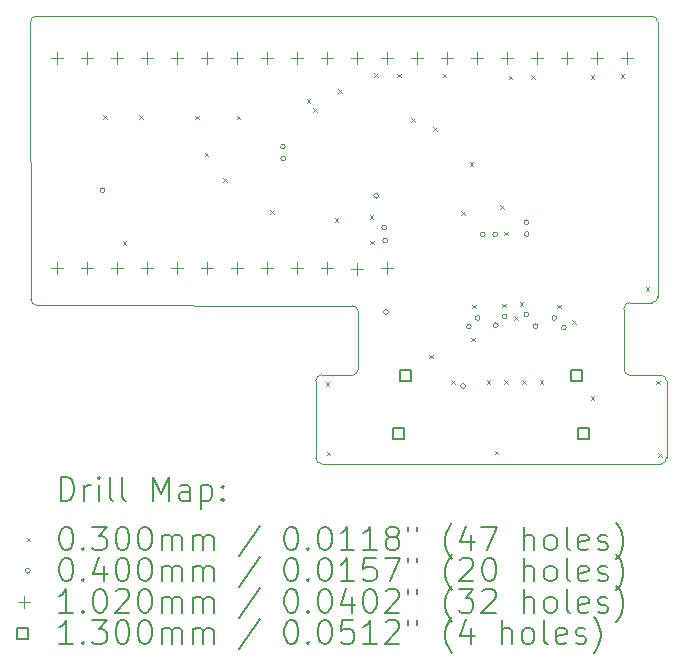
<source format=gbr>
%TF.GenerationSoftware,KiCad,Pcbnew,(6.0.11-0)*%
%TF.CreationDate,2023-07-08T11:49:29-05:00*%
%TF.ProjectId,PicoDVI-N64,5069636f-4456-4492-9d4e-36342e6b6963,rev?*%
%TF.SameCoordinates,Original*%
%TF.FileFunction,Drillmap*%
%TF.FilePolarity,Positive*%
%FSLAX45Y45*%
G04 Gerber Fmt 4.5, Leading zero omitted, Abs format (unit mm)*
G04 Created by KiCad (PCBNEW (6.0.11-0)) date 2023-07-08 11:49:29*
%MOMM*%
%LPD*%
G01*
G04 APERTURE LIST*
%ADD10C,0.050000*%
%ADD11C,0.200000*%
%ADD12C,0.030000*%
%ADD13C,0.040000*%
%ADD14C,0.102000*%
%ADD15C,0.130000*%
G04 APERTURE END LIST*
D10*
X14707145Y-10320355D02*
X12035354Y-10317500D01*
X17369646Y-10960354D02*
X17369646Y-11609646D01*
X14447854Y-10907854D02*
G75*
G03*
X14397854Y-10957854I6J-50006D01*
G01*
X12032854Y-7870004D02*
G75*
G03*
X11982854Y-7920000I6J-50006D01*
G01*
X17244646Y-10294646D02*
G75*
G03*
X17294646Y-10244646I-6J50006D01*
G01*
X17007852Y-10859648D02*
G75*
G03*
X17057852Y-10909648I50008J8D01*
G01*
X17057855Y-10295355D02*
G75*
G03*
X17007855Y-10345355I5J-50005D01*
G01*
X17319646Y-10910354D02*
X17057852Y-10909648D01*
X11985360Y-10267500D02*
G75*
G03*
X12035354Y-10317500I50000J0D01*
G01*
X17369646Y-10960354D02*
G75*
G03*
X17319646Y-10910354I-50006J-6D01*
G01*
X11985354Y-10267500D02*
X11982854Y-7920000D01*
X17244646Y-10294646D02*
X17057855Y-10295355D01*
X14397854Y-10957854D02*
X14397851Y-11609648D01*
X17292145Y-7917855D02*
G75*
G03*
X17242145Y-7867855I-50005J-5D01*
G01*
X14397852Y-11609648D02*
G75*
G03*
X14447851Y-11659648I50008J8D01*
G01*
X17007855Y-10345355D02*
X17007852Y-10859648D01*
X12032854Y-7870000D02*
X17242145Y-7867855D01*
X17319646Y-11659646D02*
G75*
G03*
X17369646Y-11609646I-6J50006D01*
G01*
X17319646Y-11659646D02*
X14447851Y-11659648D01*
X17294646Y-10244646D02*
X17292145Y-7917855D01*
X14707146Y-10909646D02*
X14447854Y-10907854D01*
X14757145Y-10370355D02*
G75*
G03*
X14707145Y-10320355I-50005J-5D01*
G01*
X14707146Y-10909646D02*
G75*
G03*
X14757146Y-10859646I-6J50006D01*
G01*
X14757146Y-10859646D02*
X14757145Y-10370355D01*
D11*
D12*
X12600000Y-8707500D02*
X12630000Y-8737500D01*
X12630000Y-8707500D02*
X12600000Y-8737500D01*
X12762500Y-9775000D02*
X12792500Y-9805000D01*
X12792500Y-9775000D02*
X12762500Y-9805000D01*
X12902500Y-8710000D02*
X12932500Y-8740000D01*
X12932500Y-8710000D02*
X12902500Y-8740000D01*
X13377500Y-8715000D02*
X13407500Y-8745000D01*
X13407500Y-8715000D02*
X13377500Y-8745000D01*
X13460000Y-9027500D02*
X13490000Y-9057500D01*
X13490000Y-9027500D02*
X13460000Y-9057500D01*
X13615000Y-9242500D02*
X13645000Y-9272500D01*
X13645000Y-9242500D02*
X13615000Y-9272500D01*
X13730000Y-8712500D02*
X13760000Y-8742500D01*
X13760000Y-8712500D02*
X13730000Y-8742500D01*
X14012500Y-9515000D02*
X14042500Y-9545000D01*
X14042500Y-9515000D02*
X14012500Y-9545000D01*
X14322500Y-8575000D02*
X14352500Y-8605000D01*
X14352500Y-8575000D02*
X14322500Y-8605000D01*
X14375000Y-8650000D02*
X14405000Y-8680000D01*
X14405000Y-8650000D02*
X14375000Y-8680000D01*
X14482500Y-10970000D02*
X14512500Y-11000000D01*
X14512500Y-10970000D02*
X14482500Y-11000000D01*
X14490000Y-11557500D02*
X14520000Y-11587500D01*
X14520000Y-11557500D02*
X14490000Y-11587500D01*
X14560000Y-9579016D02*
X14590000Y-9609016D01*
X14590000Y-9579016D02*
X14560000Y-9609016D01*
X14587500Y-8490000D02*
X14617500Y-8520000D01*
X14617500Y-8490000D02*
X14587500Y-8520000D01*
X14856500Y-9554500D02*
X14886500Y-9584500D01*
X14886500Y-9554500D02*
X14856500Y-9584500D01*
X14857500Y-9770000D02*
X14887500Y-9800000D01*
X14887500Y-9770000D02*
X14857500Y-9800000D01*
X14892500Y-8355000D02*
X14922500Y-8385000D01*
X14922500Y-8355000D02*
X14892500Y-8385000D01*
X15090000Y-8357500D02*
X15120000Y-8387500D01*
X15120000Y-8357500D02*
X15090000Y-8387500D01*
X15207000Y-8733500D02*
X15237000Y-8763500D01*
X15237000Y-8733500D02*
X15207000Y-8763500D01*
X15357500Y-10737500D02*
X15387500Y-10767500D01*
X15387500Y-10737500D02*
X15357500Y-10767500D01*
X15392500Y-8810000D02*
X15422500Y-8840000D01*
X15422500Y-8810000D02*
X15392500Y-8840000D01*
X15472500Y-8357500D02*
X15502500Y-8387500D01*
X15502500Y-8357500D02*
X15472500Y-8387500D01*
X15543522Y-10951011D02*
X15573522Y-10981011D01*
X15573522Y-10951011D02*
X15543522Y-10981011D01*
X15630000Y-9520000D02*
X15660000Y-9550000D01*
X15660000Y-9520000D02*
X15630000Y-9550000D01*
X15702500Y-9107500D02*
X15732500Y-9137500D01*
X15732500Y-9107500D02*
X15702500Y-9137500D01*
X15715000Y-10592500D02*
X15745000Y-10622500D01*
X15745000Y-10592500D02*
X15715000Y-10622500D01*
X15722500Y-10312500D02*
X15752500Y-10342500D01*
X15752500Y-10312500D02*
X15722500Y-10342500D01*
X15845000Y-10951250D02*
X15875000Y-10981250D01*
X15875000Y-10951250D02*
X15845000Y-10981250D01*
X15912500Y-11550000D02*
X15942500Y-11580000D01*
X15942500Y-11550000D02*
X15912500Y-11580000D01*
X15960000Y-9472500D02*
X15990000Y-9502500D01*
X15990000Y-9472500D02*
X15960000Y-9502500D01*
X15977500Y-10303950D02*
X16007500Y-10333950D01*
X16007500Y-10303950D02*
X15977500Y-10333950D01*
X15992500Y-9694950D02*
X16022500Y-9724950D01*
X16022500Y-9694950D02*
X15992500Y-9724950D01*
X15995000Y-10951250D02*
X16025000Y-10981250D01*
X16025000Y-10951250D02*
X15995000Y-10981250D01*
X16032500Y-8375000D02*
X16062500Y-8405000D01*
X16062500Y-8375000D02*
X16032500Y-8405000D01*
X16077500Y-10412500D02*
X16107500Y-10442500D01*
X16107500Y-10412500D02*
X16077500Y-10442500D01*
X16125000Y-10292500D02*
X16155000Y-10322500D01*
X16155000Y-10292500D02*
X16125000Y-10322500D01*
X16145000Y-10951250D02*
X16175000Y-10981250D01*
X16175000Y-10951250D02*
X16145000Y-10981250D01*
X16222500Y-8370000D02*
X16252500Y-8400000D01*
X16252500Y-8370000D02*
X16222500Y-8400000D01*
X16295000Y-10951250D02*
X16325000Y-10981250D01*
X16325000Y-10951250D02*
X16295000Y-10981250D01*
X16442500Y-10315000D02*
X16472500Y-10345000D01*
X16472500Y-10315000D02*
X16442500Y-10345000D01*
X16570000Y-10445000D02*
X16600000Y-10475000D01*
X16600000Y-10445000D02*
X16570000Y-10475000D01*
X16725000Y-11090000D02*
X16755000Y-11120000D01*
X16755000Y-11090000D02*
X16725000Y-11120000D01*
X16727500Y-8370000D02*
X16757500Y-8400000D01*
X16757500Y-8370000D02*
X16727500Y-8400000D01*
X16980000Y-8360000D02*
X17010000Y-8390000D01*
X17010000Y-8360000D02*
X16980000Y-8390000D01*
X17192500Y-10167500D02*
X17222500Y-10197500D01*
X17222500Y-10167500D02*
X17192500Y-10197500D01*
X17282500Y-10955000D02*
X17312500Y-10985000D01*
X17312500Y-10955000D02*
X17282500Y-10985000D01*
X17300000Y-11570000D02*
X17330000Y-11600000D01*
X17330000Y-11570000D02*
X17300000Y-11600000D01*
D13*
X12612500Y-9342500D02*
G75*
G03*
X12612500Y-9342500I-20000J0D01*
G01*
X14140500Y-8974500D02*
G75*
G03*
X14140500Y-8974500I-20000J0D01*
G01*
X14142361Y-9076857D02*
G75*
G03*
X14142361Y-9076857I-20000J0D01*
G01*
X14930050Y-9391500D02*
G75*
G03*
X14930050Y-9391500I-20000J0D01*
G01*
X14998782Y-9658718D02*
G75*
G03*
X14998782Y-9658718I-20000J0D01*
G01*
X15007500Y-9770000D02*
G75*
G03*
X15007500Y-9770000I-20000J0D01*
G01*
X15012500Y-10375000D02*
G75*
G03*
X15012500Y-10375000I-20000J0D01*
G01*
X15665000Y-11002500D02*
G75*
G03*
X15665000Y-11002500I-20000J0D01*
G01*
X15715377Y-10499623D02*
G75*
G03*
X15715377Y-10499623I-20000J0D01*
G01*
X15789623Y-10425377D02*
G75*
G03*
X15789623Y-10425377I-20000J0D01*
G01*
X15832732Y-9719950D02*
G75*
G03*
X15832732Y-9719950I-20000J0D01*
G01*
X15938131Y-9720155D02*
G75*
G03*
X15938131Y-9720155I-20000J0D01*
G01*
X15942877Y-10487123D02*
G75*
G03*
X15942877Y-10487123I-20000J0D01*
G01*
X16017123Y-10412877D02*
G75*
G03*
X16017123Y-10412877I-20000J0D01*
G01*
X16201288Y-10397662D02*
G75*
G03*
X16201288Y-10397662I-20000J0D01*
G01*
X16201555Y-9615109D02*
G75*
G03*
X16201555Y-9615109I-20000J0D01*
G01*
X16205000Y-9715000D02*
G75*
G03*
X16205000Y-9715000I-20000J0D01*
G01*
X16280000Y-10495000D02*
G75*
G03*
X16280000Y-10495000I-20000J0D01*
G01*
X16437877Y-10425377D02*
G75*
G03*
X16437877Y-10425377I-20000J0D01*
G01*
X16520000Y-10507500D02*
G75*
G03*
X16520000Y-10507500I-20000J0D01*
G01*
D14*
X12204500Y-8175000D02*
X12204500Y-8277000D01*
X12153500Y-8226000D02*
X12255500Y-8226000D01*
X12204500Y-9953000D02*
X12204500Y-10055000D01*
X12153500Y-10004000D02*
X12255500Y-10004000D01*
X12458500Y-8175000D02*
X12458500Y-8277000D01*
X12407500Y-8226000D02*
X12509500Y-8226000D01*
X12458500Y-9953000D02*
X12458500Y-10055000D01*
X12407500Y-10004000D02*
X12509500Y-10004000D01*
X12712500Y-8175000D02*
X12712500Y-8277000D01*
X12661500Y-8226000D02*
X12763500Y-8226000D01*
X12712500Y-9953000D02*
X12712500Y-10055000D01*
X12661500Y-10004000D02*
X12763500Y-10004000D01*
X12966500Y-8175000D02*
X12966500Y-8277000D01*
X12915500Y-8226000D02*
X13017500Y-8226000D01*
X12966500Y-9953000D02*
X12966500Y-10055000D01*
X12915500Y-10004000D02*
X13017500Y-10004000D01*
X13220500Y-8175000D02*
X13220500Y-8277000D01*
X13169500Y-8226000D02*
X13271500Y-8226000D01*
X13220500Y-9953000D02*
X13220500Y-10055000D01*
X13169500Y-10004000D02*
X13271500Y-10004000D01*
X13474500Y-8175000D02*
X13474500Y-8277000D01*
X13423500Y-8226000D02*
X13525500Y-8226000D01*
X13474500Y-9953000D02*
X13474500Y-10055000D01*
X13423500Y-10004000D02*
X13525500Y-10004000D01*
X13728500Y-8175000D02*
X13728500Y-8277000D01*
X13677500Y-8226000D02*
X13779500Y-8226000D01*
X13728500Y-9953000D02*
X13728500Y-10055000D01*
X13677500Y-10004000D02*
X13779500Y-10004000D01*
X13982500Y-8175000D02*
X13982500Y-8277000D01*
X13931500Y-8226000D02*
X14033500Y-8226000D01*
X13982500Y-9953000D02*
X13982500Y-10055000D01*
X13931500Y-10004000D02*
X14033500Y-10004000D01*
X14236500Y-8175000D02*
X14236500Y-8277000D01*
X14185500Y-8226000D02*
X14287500Y-8226000D01*
X14236500Y-9953000D02*
X14236500Y-10055000D01*
X14185500Y-10004000D02*
X14287500Y-10004000D01*
X14490500Y-8175000D02*
X14490500Y-8277000D01*
X14439500Y-8226000D02*
X14541500Y-8226000D01*
X14490500Y-9953000D02*
X14490500Y-10055000D01*
X14439500Y-10004000D02*
X14541500Y-10004000D01*
X14744500Y-8175000D02*
X14744500Y-8277000D01*
X14693500Y-8226000D02*
X14795500Y-8226000D01*
X14745000Y-9956500D02*
X14745000Y-10058500D01*
X14694000Y-10007500D02*
X14796000Y-10007500D01*
X14998500Y-8175000D02*
X14998500Y-8277000D01*
X14947500Y-8226000D02*
X15049500Y-8226000D01*
X14998500Y-9953000D02*
X14998500Y-10055000D01*
X14947500Y-10004000D02*
X15049500Y-10004000D01*
X15252500Y-8175000D02*
X15252500Y-8277000D01*
X15201500Y-8226000D02*
X15303500Y-8226000D01*
X15506500Y-8175000D02*
X15506500Y-8277000D01*
X15455500Y-8226000D02*
X15557500Y-8226000D01*
X15760500Y-8175000D02*
X15760500Y-8277000D01*
X15709500Y-8226000D02*
X15811500Y-8226000D01*
X16014500Y-8175000D02*
X16014500Y-8277000D01*
X15963500Y-8226000D02*
X16065500Y-8226000D01*
X16268500Y-8175000D02*
X16268500Y-8277000D01*
X16217500Y-8226000D02*
X16319500Y-8226000D01*
X16522500Y-8175000D02*
X16522500Y-8277000D01*
X16471500Y-8226000D02*
X16573500Y-8226000D01*
X16776500Y-8175000D02*
X16776500Y-8277000D01*
X16725500Y-8226000D02*
X16827500Y-8226000D01*
X17030500Y-8175000D02*
X17030500Y-8277000D01*
X16979500Y-8226000D02*
X17081500Y-8226000D01*
D15*
X15143462Y-11447212D02*
X15143462Y-11355288D01*
X15051538Y-11355288D01*
X15051538Y-11447212D01*
X15143462Y-11447212D01*
X15203462Y-10957212D02*
X15203462Y-10865288D01*
X15111538Y-10865288D01*
X15111538Y-10957212D01*
X15203462Y-10957212D01*
X16653462Y-10957212D02*
X16653462Y-10865288D01*
X16561538Y-10865288D01*
X16561538Y-10957212D01*
X16653462Y-10957212D01*
X16713462Y-11447212D02*
X16713462Y-11355288D01*
X16621538Y-11355288D01*
X16621538Y-11447212D01*
X16713462Y-11447212D01*
D11*
X12237973Y-11972624D02*
X12237973Y-11772624D01*
X12285592Y-11772624D01*
X12314163Y-11782148D01*
X12333211Y-11801195D01*
X12342735Y-11820243D01*
X12352259Y-11858338D01*
X12352259Y-11886910D01*
X12342735Y-11925005D01*
X12333211Y-11944052D01*
X12314163Y-11963100D01*
X12285592Y-11972624D01*
X12237973Y-11972624D01*
X12437973Y-11972624D02*
X12437973Y-11839291D01*
X12437973Y-11877386D02*
X12447497Y-11858338D01*
X12457021Y-11848814D01*
X12476068Y-11839291D01*
X12495116Y-11839291D01*
X12561782Y-11972624D02*
X12561782Y-11839291D01*
X12561782Y-11772624D02*
X12552259Y-11782148D01*
X12561782Y-11791672D01*
X12571306Y-11782148D01*
X12561782Y-11772624D01*
X12561782Y-11791672D01*
X12685592Y-11972624D02*
X12666544Y-11963100D01*
X12657021Y-11944052D01*
X12657021Y-11772624D01*
X12790354Y-11972624D02*
X12771306Y-11963100D01*
X12761782Y-11944052D01*
X12761782Y-11772624D01*
X13018925Y-11972624D02*
X13018925Y-11772624D01*
X13085592Y-11915481D01*
X13152259Y-11772624D01*
X13152259Y-11972624D01*
X13333211Y-11972624D02*
X13333211Y-11867862D01*
X13323687Y-11848814D01*
X13304640Y-11839291D01*
X13266544Y-11839291D01*
X13247497Y-11848814D01*
X13333211Y-11963100D02*
X13314163Y-11972624D01*
X13266544Y-11972624D01*
X13247497Y-11963100D01*
X13237973Y-11944052D01*
X13237973Y-11925005D01*
X13247497Y-11905957D01*
X13266544Y-11896433D01*
X13314163Y-11896433D01*
X13333211Y-11886910D01*
X13428449Y-11839291D02*
X13428449Y-12039291D01*
X13428449Y-11848814D02*
X13447497Y-11839291D01*
X13485592Y-11839291D01*
X13504640Y-11848814D01*
X13514163Y-11858338D01*
X13523687Y-11877386D01*
X13523687Y-11934529D01*
X13514163Y-11953576D01*
X13504640Y-11963100D01*
X13485592Y-11972624D01*
X13447497Y-11972624D01*
X13428449Y-11963100D01*
X13609402Y-11953576D02*
X13618925Y-11963100D01*
X13609402Y-11972624D01*
X13599878Y-11963100D01*
X13609402Y-11953576D01*
X13609402Y-11972624D01*
X13609402Y-11848814D02*
X13618925Y-11858338D01*
X13609402Y-11867862D01*
X13599878Y-11858338D01*
X13609402Y-11848814D01*
X13609402Y-11867862D01*
D12*
X11950354Y-12287148D02*
X11980354Y-12317148D01*
X11980354Y-12287148D02*
X11950354Y-12317148D01*
D11*
X12276068Y-12192624D02*
X12295116Y-12192624D01*
X12314163Y-12202148D01*
X12323687Y-12211672D01*
X12333211Y-12230719D01*
X12342735Y-12268814D01*
X12342735Y-12316433D01*
X12333211Y-12354529D01*
X12323687Y-12373576D01*
X12314163Y-12383100D01*
X12295116Y-12392624D01*
X12276068Y-12392624D01*
X12257021Y-12383100D01*
X12247497Y-12373576D01*
X12237973Y-12354529D01*
X12228449Y-12316433D01*
X12228449Y-12268814D01*
X12237973Y-12230719D01*
X12247497Y-12211672D01*
X12257021Y-12202148D01*
X12276068Y-12192624D01*
X12428449Y-12373576D02*
X12437973Y-12383100D01*
X12428449Y-12392624D01*
X12418925Y-12383100D01*
X12428449Y-12373576D01*
X12428449Y-12392624D01*
X12504640Y-12192624D02*
X12628449Y-12192624D01*
X12561782Y-12268814D01*
X12590354Y-12268814D01*
X12609402Y-12278338D01*
X12618925Y-12287862D01*
X12628449Y-12306910D01*
X12628449Y-12354529D01*
X12618925Y-12373576D01*
X12609402Y-12383100D01*
X12590354Y-12392624D01*
X12533211Y-12392624D01*
X12514163Y-12383100D01*
X12504640Y-12373576D01*
X12752259Y-12192624D02*
X12771306Y-12192624D01*
X12790354Y-12202148D01*
X12799878Y-12211672D01*
X12809402Y-12230719D01*
X12818925Y-12268814D01*
X12818925Y-12316433D01*
X12809402Y-12354529D01*
X12799878Y-12373576D01*
X12790354Y-12383100D01*
X12771306Y-12392624D01*
X12752259Y-12392624D01*
X12733211Y-12383100D01*
X12723687Y-12373576D01*
X12714163Y-12354529D01*
X12704640Y-12316433D01*
X12704640Y-12268814D01*
X12714163Y-12230719D01*
X12723687Y-12211672D01*
X12733211Y-12202148D01*
X12752259Y-12192624D01*
X12942735Y-12192624D02*
X12961782Y-12192624D01*
X12980830Y-12202148D01*
X12990354Y-12211672D01*
X12999878Y-12230719D01*
X13009402Y-12268814D01*
X13009402Y-12316433D01*
X12999878Y-12354529D01*
X12990354Y-12373576D01*
X12980830Y-12383100D01*
X12961782Y-12392624D01*
X12942735Y-12392624D01*
X12923687Y-12383100D01*
X12914163Y-12373576D01*
X12904640Y-12354529D01*
X12895116Y-12316433D01*
X12895116Y-12268814D01*
X12904640Y-12230719D01*
X12914163Y-12211672D01*
X12923687Y-12202148D01*
X12942735Y-12192624D01*
X13095116Y-12392624D02*
X13095116Y-12259291D01*
X13095116Y-12278338D02*
X13104640Y-12268814D01*
X13123687Y-12259291D01*
X13152259Y-12259291D01*
X13171306Y-12268814D01*
X13180830Y-12287862D01*
X13180830Y-12392624D01*
X13180830Y-12287862D02*
X13190354Y-12268814D01*
X13209402Y-12259291D01*
X13237973Y-12259291D01*
X13257021Y-12268814D01*
X13266544Y-12287862D01*
X13266544Y-12392624D01*
X13361782Y-12392624D02*
X13361782Y-12259291D01*
X13361782Y-12278338D02*
X13371306Y-12268814D01*
X13390354Y-12259291D01*
X13418925Y-12259291D01*
X13437973Y-12268814D01*
X13447497Y-12287862D01*
X13447497Y-12392624D01*
X13447497Y-12287862D02*
X13457021Y-12268814D01*
X13476068Y-12259291D01*
X13504640Y-12259291D01*
X13523687Y-12268814D01*
X13533211Y-12287862D01*
X13533211Y-12392624D01*
X13923687Y-12183100D02*
X13752259Y-12440243D01*
X14180830Y-12192624D02*
X14199878Y-12192624D01*
X14218925Y-12202148D01*
X14228449Y-12211672D01*
X14237973Y-12230719D01*
X14247497Y-12268814D01*
X14247497Y-12316433D01*
X14237973Y-12354529D01*
X14228449Y-12373576D01*
X14218925Y-12383100D01*
X14199878Y-12392624D01*
X14180830Y-12392624D01*
X14161782Y-12383100D01*
X14152259Y-12373576D01*
X14142735Y-12354529D01*
X14133211Y-12316433D01*
X14133211Y-12268814D01*
X14142735Y-12230719D01*
X14152259Y-12211672D01*
X14161782Y-12202148D01*
X14180830Y-12192624D01*
X14333211Y-12373576D02*
X14342735Y-12383100D01*
X14333211Y-12392624D01*
X14323687Y-12383100D01*
X14333211Y-12373576D01*
X14333211Y-12392624D01*
X14466544Y-12192624D02*
X14485592Y-12192624D01*
X14504640Y-12202148D01*
X14514163Y-12211672D01*
X14523687Y-12230719D01*
X14533211Y-12268814D01*
X14533211Y-12316433D01*
X14523687Y-12354529D01*
X14514163Y-12373576D01*
X14504640Y-12383100D01*
X14485592Y-12392624D01*
X14466544Y-12392624D01*
X14447497Y-12383100D01*
X14437973Y-12373576D01*
X14428449Y-12354529D01*
X14418925Y-12316433D01*
X14418925Y-12268814D01*
X14428449Y-12230719D01*
X14437973Y-12211672D01*
X14447497Y-12202148D01*
X14466544Y-12192624D01*
X14723687Y-12392624D02*
X14609402Y-12392624D01*
X14666544Y-12392624D02*
X14666544Y-12192624D01*
X14647497Y-12221195D01*
X14628449Y-12240243D01*
X14609402Y-12249767D01*
X14914163Y-12392624D02*
X14799878Y-12392624D01*
X14857021Y-12392624D02*
X14857021Y-12192624D01*
X14837973Y-12221195D01*
X14818925Y-12240243D01*
X14799878Y-12249767D01*
X15028449Y-12278338D02*
X15009402Y-12268814D01*
X14999878Y-12259291D01*
X14990354Y-12240243D01*
X14990354Y-12230719D01*
X14999878Y-12211672D01*
X15009402Y-12202148D01*
X15028449Y-12192624D01*
X15066544Y-12192624D01*
X15085592Y-12202148D01*
X15095116Y-12211672D01*
X15104640Y-12230719D01*
X15104640Y-12240243D01*
X15095116Y-12259291D01*
X15085592Y-12268814D01*
X15066544Y-12278338D01*
X15028449Y-12278338D01*
X15009402Y-12287862D01*
X14999878Y-12297386D01*
X14990354Y-12316433D01*
X14990354Y-12354529D01*
X14999878Y-12373576D01*
X15009402Y-12383100D01*
X15028449Y-12392624D01*
X15066544Y-12392624D01*
X15085592Y-12383100D01*
X15095116Y-12373576D01*
X15104640Y-12354529D01*
X15104640Y-12316433D01*
X15095116Y-12297386D01*
X15085592Y-12287862D01*
X15066544Y-12278338D01*
X15180830Y-12192624D02*
X15180830Y-12230719D01*
X15257021Y-12192624D02*
X15257021Y-12230719D01*
X15552259Y-12468814D02*
X15542735Y-12459291D01*
X15523687Y-12430719D01*
X15514163Y-12411672D01*
X15504640Y-12383100D01*
X15495116Y-12335481D01*
X15495116Y-12297386D01*
X15504640Y-12249767D01*
X15514163Y-12221195D01*
X15523687Y-12202148D01*
X15542735Y-12173576D01*
X15552259Y-12164052D01*
X15714163Y-12259291D02*
X15714163Y-12392624D01*
X15666544Y-12183100D02*
X15618925Y-12325957D01*
X15742735Y-12325957D01*
X15799878Y-12192624D02*
X15933211Y-12192624D01*
X15847497Y-12392624D01*
X16161782Y-12392624D02*
X16161782Y-12192624D01*
X16247497Y-12392624D02*
X16247497Y-12287862D01*
X16237973Y-12268814D01*
X16218925Y-12259291D01*
X16190354Y-12259291D01*
X16171306Y-12268814D01*
X16161782Y-12278338D01*
X16371306Y-12392624D02*
X16352259Y-12383100D01*
X16342735Y-12373576D01*
X16333211Y-12354529D01*
X16333211Y-12297386D01*
X16342735Y-12278338D01*
X16352259Y-12268814D01*
X16371306Y-12259291D01*
X16399878Y-12259291D01*
X16418925Y-12268814D01*
X16428449Y-12278338D01*
X16437973Y-12297386D01*
X16437973Y-12354529D01*
X16428449Y-12373576D01*
X16418925Y-12383100D01*
X16399878Y-12392624D01*
X16371306Y-12392624D01*
X16552259Y-12392624D02*
X16533211Y-12383100D01*
X16523687Y-12364052D01*
X16523687Y-12192624D01*
X16704640Y-12383100D02*
X16685592Y-12392624D01*
X16647497Y-12392624D01*
X16628449Y-12383100D01*
X16618925Y-12364052D01*
X16618925Y-12287862D01*
X16628449Y-12268814D01*
X16647497Y-12259291D01*
X16685592Y-12259291D01*
X16704640Y-12268814D01*
X16714163Y-12287862D01*
X16714163Y-12306910D01*
X16618925Y-12325957D01*
X16790354Y-12383100D02*
X16809402Y-12392624D01*
X16847497Y-12392624D01*
X16866544Y-12383100D01*
X16876068Y-12364052D01*
X16876068Y-12354529D01*
X16866544Y-12335481D01*
X16847497Y-12325957D01*
X16818925Y-12325957D01*
X16799878Y-12316433D01*
X16790354Y-12297386D01*
X16790354Y-12287862D01*
X16799878Y-12268814D01*
X16818925Y-12259291D01*
X16847497Y-12259291D01*
X16866544Y-12268814D01*
X16942735Y-12468814D02*
X16952259Y-12459291D01*
X16971306Y-12430719D01*
X16980830Y-12411672D01*
X16990354Y-12383100D01*
X16999878Y-12335481D01*
X16999878Y-12297386D01*
X16990354Y-12249767D01*
X16980830Y-12221195D01*
X16971306Y-12202148D01*
X16952259Y-12173576D01*
X16942735Y-12164052D01*
D13*
X11980354Y-12566148D02*
G75*
G03*
X11980354Y-12566148I-20000J0D01*
G01*
D11*
X12276068Y-12456624D02*
X12295116Y-12456624D01*
X12314163Y-12466148D01*
X12323687Y-12475672D01*
X12333211Y-12494719D01*
X12342735Y-12532814D01*
X12342735Y-12580433D01*
X12333211Y-12618529D01*
X12323687Y-12637576D01*
X12314163Y-12647100D01*
X12295116Y-12656624D01*
X12276068Y-12656624D01*
X12257021Y-12647100D01*
X12247497Y-12637576D01*
X12237973Y-12618529D01*
X12228449Y-12580433D01*
X12228449Y-12532814D01*
X12237973Y-12494719D01*
X12247497Y-12475672D01*
X12257021Y-12466148D01*
X12276068Y-12456624D01*
X12428449Y-12637576D02*
X12437973Y-12647100D01*
X12428449Y-12656624D01*
X12418925Y-12647100D01*
X12428449Y-12637576D01*
X12428449Y-12656624D01*
X12609402Y-12523291D02*
X12609402Y-12656624D01*
X12561782Y-12447100D02*
X12514163Y-12589957D01*
X12637973Y-12589957D01*
X12752259Y-12456624D02*
X12771306Y-12456624D01*
X12790354Y-12466148D01*
X12799878Y-12475672D01*
X12809402Y-12494719D01*
X12818925Y-12532814D01*
X12818925Y-12580433D01*
X12809402Y-12618529D01*
X12799878Y-12637576D01*
X12790354Y-12647100D01*
X12771306Y-12656624D01*
X12752259Y-12656624D01*
X12733211Y-12647100D01*
X12723687Y-12637576D01*
X12714163Y-12618529D01*
X12704640Y-12580433D01*
X12704640Y-12532814D01*
X12714163Y-12494719D01*
X12723687Y-12475672D01*
X12733211Y-12466148D01*
X12752259Y-12456624D01*
X12942735Y-12456624D02*
X12961782Y-12456624D01*
X12980830Y-12466148D01*
X12990354Y-12475672D01*
X12999878Y-12494719D01*
X13009402Y-12532814D01*
X13009402Y-12580433D01*
X12999878Y-12618529D01*
X12990354Y-12637576D01*
X12980830Y-12647100D01*
X12961782Y-12656624D01*
X12942735Y-12656624D01*
X12923687Y-12647100D01*
X12914163Y-12637576D01*
X12904640Y-12618529D01*
X12895116Y-12580433D01*
X12895116Y-12532814D01*
X12904640Y-12494719D01*
X12914163Y-12475672D01*
X12923687Y-12466148D01*
X12942735Y-12456624D01*
X13095116Y-12656624D02*
X13095116Y-12523291D01*
X13095116Y-12542338D02*
X13104640Y-12532814D01*
X13123687Y-12523291D01*
X13152259Y-12523291D01*
X13171306Y-12532814D01*
X13180830Y-12551862D01*
X13180830Y-12656624D01*
X13180830Y-12551862D02*
X13190354Y-12532814D01*
X13209402Y-12523291D01*
X13237973Y-12523291D01*
X13257021Y-12532814D01*
X13266544Y-12551862D01*
X13266544Y-12656624D01*
X13361782Y-12656624D02*
X13361782Y-12523291D01*
X13361782Y-12542338D02*
X13371306Y-12532814D01*
X13390354Y-12523291D01*
X13418925Y-12523291D01*
X13437973Y-12532814D01*
X13447497Y-12551862D01*
X13447497Y-12656624D01*
X13447497Y-12551862D02*
X13457021Y-12532814D01*
X13476068Y-12523291D01*
X13504640Y-12523291D01*
X13523687Y-12532814D01*
X13533211Y-12551862D01*
X13533211Y-12656624D01*
X13923687Y-12447100D02*
X13752259Y-12704243D01*
X14180830Y-12456624D02*
X14199878Y-12456624D01*
X14218925Y-12466148D01*
X14228449Y-12475672D01*
X14237973Y-12494719D01*
X14247497Y-12532814D01*
X14247497Y-12580433D01*
X14237973Y-12618529D01*
X14228449Y-12637576D01*
X14218925Y-12647100D01*
X14199878Y-12656624D01*
X14180830Y-12656624D01*
X14161782Y-12647100D01*
X14152259Y-12637576D01*
X14142735Y-12618529D01*
X14133211Y-12580433D01*
X14133211Y-12532814D01*
X14142735Y-12494719D01*
X14152259Y-12475672D01*
X14161782Y-12466148D01*
X14180830Y-12456624D01*
X14333211Y-12637576D02*
X14342735Y-12647100D01*
X14333211Y-12656624D01*
X14323687Y-12647100D01*
X14333211Y-12637576D01*
X14333211Y-12656624D01*
X14466544Y-12456624D02*
X14485592Y-12456624D01*
X14504640Y-12466148D01*
X14514163Y-12475672D01*
X14523687Y-12494719D01*
X14533211Y-12532814D01*
X14533211Y-12580433D01*
X14523687Y-12618529D01*
X14514163Y-12637576D01*
X14504640Y-12647100D01*
X14485592Y-12656624D01*
X14466544Y-12656624D01*
X14447497Y-12647100D01*
X14437973Y-12637576D01*
X14428449Y-12618529D01*
X14418925Y-12580433D01*
X14418925Y-12532814D01*
X14428449Y-12494719D01*
X14437973Y-12475672D01*
X14447497Y-12466148D01*
X14466544Y-12456624D01*
X14723687Y-12656624D02*
X14609402Y-12656624D01*
X14666544Y-12656624D02*
X14666544Y-12456624D01*
X14647497Y-12485195D01*
X14628449Y-12504243D01*
X14609402Y-12513767D01*
X14904640Y-12456624D02*
X14809402Y-12456624D01*
X14799878Y-12551862D01*
X14809402Y-12542338D01*
X14828449Y-12532814D01*
X14876068Y-12532814D01*
X14895116Y-12542338D01*
X14904640Y-12551862D01*
X14914163Y-12570910D01*
X14914163Y-12618529D01*
X14904640Y-12637576D01*
X14895116Y-12647100D01*
X14876068Y-12656624D01*
X14828449Y-12656624D01*
X14809402Y-12647100D01*
X14799878Y-12637576D01*
X14980830Y-12456624D02*
X15114163Y-12456624D01*
X15028449Y-12656624D01*
X15180830Y-12456624D02*
X15180830Y-12494719D01*
X15257021Y-12456624D02*
X15257021Y-12494719D01*
X15552259Y-12732814D02*
X15542735Y-12723291D01*
X15523687Y-12694719D01*
X15514163Y-12675672D01*
X15504640Y-12647100D01*
X15495116Y-12599481D01*
X15495116Y-12561386D01*
X15504640Y-12513767D01*
X15514163Y-12485195D01*
X15523687Y-12466148D01*
X15542735Y-12437576D01*
X15552259Y-12428052D01*
X15618925Y-12475672D02*
X15628449Y-12466148D01*
X15647497Y-12456624D01*
X15695116Y-12456624D01*
X15714163Y-12466148D01*
X15723687Y-12475672D01*
X15733211Y-12494719D01*
X15733211Y-12513767D01*
X15723687Y-12542338D01*
X15609402Y-12656624D01*
X15733211Y-12656624D01*
X15857021Y-12456624D02*
X15876068Y-12456624D01*
X15895116Y-12466148D01*
X15904640Y-12475672D01*
X15914163Y-12494719D01*
X15923687Y-12532814D01*
X15923687Y-12580433D01*
X15914163Y-12618529D01*
X15904640Y-12637576D01*
X15895116Y-12647100D01*
X15876068Y-12656624D01*
X15857021Y-12656624D01*
X15837973Y-12647100D01*
X15828449Y-12637576D01*
X15818925Y-12618529D01*
X15809402Y-12580433D01*
X15809402Y-12532814D01*
X15818925Y-12494719D01*
X15828449Y-12475672D01*
X15837973Y-12466148D01*
X15857021Y-12456624D01*
X16161782Y-12656624D02*
X16161782Y-12456624D01*
X16247497Y-12656624D02*
X16247497Y-12551862D01*
X16237973Y-12532814D01*
X16218925Y-12523291D01*
X16190354Y-12523291D01*
X16171306Y-12532814D01*
X16161782Y-12542338D01*
X16371306Y-12656624D02*
X16352259Y-12647100D01*
X16342735Y-12637576D01*
X16333211Y-12618529D01*
X16333211Y-12561386D01*
X16342735Y-12542338D01*
X16352259Y-12532814D01*
X16371306Y-12523291D01*
X16399878Y-12523291D01*
X16418925Y-12532814D01*
X16428449Y-12542338D01*
X16437973Y-12561386D01*
X16437973Y-12618529D01*
X16428449Y-12637576D01*
X16418925Y-12647100D01*
X16399878Y-12656624D01*
X16371306Y-12656624D01*
X16552259Y-12656624D02*
X16533211Y-12647100D01*
X16523687Y-12628052D01*
X16523687Y-12456624D01*
X16704640Y-12647100D02*
X16685592Y-12656624D01*
X16647497Y-12656624D01*
X16628449Y-12647100D01*
X16618925Y-12628052D01*
X16618925Y-12551862D01*
X16628449Y-12532814D01*
X16647497Y-12523291D01*
X16685592Y-12523291D01*
X16704640Y-12532814D01*
X16714163Y-12551862D01*
X16714163Y-12570910D01*
X16618925Y-12589957D01*
X16790354Y-12647100D02*
X16809402Y-12656624D01*
X16847497Y-12656624D01*
X16866544Y-12647100D01*
X16876068Y-12628052D01*
X16876068Y-12618529D01*
X16866544Y-12599481D01*
X16847497Y-12589957D01*
X16818925Y-12589957D01*
X16799878Y-12580433D01*
X16790354Y-12561386D01*
X16790354Y-12551862D01*
X16799878Y-12532814D01*
X16818925Y-12523291D01*
X16847497Y-12523291D01*
X16866544Y-12532814D01*
X16942735Y-12732814D02*
X16952259Y-12723291D01*
X16971306Y-12694719D01*
X16980830Y-12675672D01*
X16990354Y-12647100D01*
X16999878Y-12599481D01*
X16999878Y-12561386D01*
X16990354Y-12513767D01*
X16980830Y-12485195D01*
X16971306Y-12466148D01*
X16952259Y-12437576D01*
X16942735Y-12428052D01*
D14*
X11929354Y-12779148D02*
X11929354Y-12881148D01*
X11878354Y-12830148D02*
X11980354Y-12830148D01*
D11*
X12342735Y-12920624D02*
X12228449Y-12920624D01*
X12285592Y-12920624D02*
X12285592Y-12720624D01*
X12266544Y-12749195D01*
X12247497Y-12768243D01*
X12228449Y-12777767D01*
X12428449Y-12901576D02*
X12437973Y-12911100D01*
X12428449Y-12920624D01*
X12418925Y-12911100D01*
X12428449Y-12901576D01*
X12428449Y-12920624D01*
X12561782Y-12720624D02*
X12580830Y-12720624D01*
X12599878Y-12730148D01*
X12609402Y-12739672D01*
X12618925Y-12758719D01*
X12628449Y-12796814D01*
X12628449Y-12844433D01*
X12618925Y-12882529D01*
X12609402Y-12901576D01*
X12599878Y-12911100D01*
X12580830Y-12920624D01*
X12561782Y-12920624D01*
X12542735Y-12911100D01*
X12533211Y-12901576D01*
X12523687Y-12882529D01*
X12514163Y-12844433D01*
X12514163Y-12796814D01*
X12523687Y-12758719D01*
X12533211Y-12739672D01*
X12542735Y-12730148D01*
X12561782Y-12720624D01*
X12704640Y-12739672D02*
X12714163Y-12730148D01*
X12733211Y-12720624D01*
X12780830Y-12720624D01*
X12799878Y-12730148D01*
X12809402Y-12739672D01*
X12818925Y-12758719D01*
X12818925Y-12777767D01*
X12809402Y-12806338D01*
X12695116Y-12920624D01*
X12818925Y-12920624D01*
X12942735Y-12720624D02*
X12961782Y-12720624D01*
X12980830Y-12730148D01*
X12990354Y-12739672D01*
X12999878Y-12758719D01*
X13009402Y-12796814D01*
X13009402Y-12844433D01*
X12999878Y-12882529D01*
X12990354Y-12901576D01*
X12980830Y-12911100D01*
X12961782Y-12920624D01*
X12942735Y-12920624D01*
X12923687Y-12911100D01*
X12914163Y-12901576D01*
X12904640Y-12882529D01*
X12895116Y-12844433D01*
X12895116Y-12796814D01*
X12904640Y-12758719D01*
X12914163Y-12739672D01*
X12923687Y-12730148D01*
X12942735Y-12720624D01*
X13095116Y-12920624D02*
X13095116Y-12787291D01*
X13095116Y-12806338D02*
X13104640Y-12796814D01*
X13123687Y-12787291D01*
X13152259Y-12787291D01*
X13171306Y-12796814D01*
X13180830Y-12815862D01*
X13180830Y-12920624D01*
X13180830Y-12815862D02*
X13190354Y-12796814D01*
X13209402Y-12787291D01*
X13237973Y-12787291D01*
X13257021Y-12796814D01*
X13266544Y-12815862D01*
X13266544Y-12920624D01*
X13361782Y-12920624D02*
X13361782Y-12787291D01*
X13361782Y-12806338D02*
X13371306Y-12796814D01*
X13390354Y-12787291D01*
X13418925Y-12787291D01*
X13437973Y-12796814D01*
X13447497Y-12815862D01*
X13447497Y-12920624D01*
X13447497Y-12815862D02*
X13457021Y-12796814D01*
X13476068Y-12787291D01*
X13504640Y-12787291D01*
X13523687Y-12796814D01*
X13533211Y-12815862D01*
X13533211Y-12920624D01*
X13923687Y-12711100D02*
X13752259Y-12968243D01*
X14180830Y-12720624D02*
X14199878Y-12720624D01*
X14218925Y-12730148D01*
X14228449Y-12739672D01*
X14237973Y-12758719D01*
X14247497Y-12796814D01*
X14247497Y-12844433D01*
X14237973Y-12882529D01*
X14228449Y-12901576D01*
X14218925Y-12911100D01*
X14199878Y-12920624D01*
X14180830Y-12920624D01*
X14161782Y-12911100D01*
X14152259Y-12901576D01*
X14142735Y-12882529D01*
X14133211Y-12844433D01*
X14133211Y-12796814D01*
X14142735Y-12758719D01*
X14152259Y-12739672D01*
X14161782Y-12730148D01*
X14180830Y-12720624D01*
X14333211Y-12901576D02*
X14342735Y-12911100D01*
X14333211Y-12920624D01*
X14323687Y-12911100D01*
X14333211Y-12901576D01*
X14333211Y-12920624D01*
X14466544Y-12720624D02*
X14485592Y-12720624D01*
X14504640Y-12730148D01*
X14514163Y-12739672D01*
X14523687Y-12758719D01*
X14533211Y-12796814D01*
X14533211Y-12844433D01*
X14523687Y-12882529D01*
X14514163Y-12901576D01*
X14504640Y-12911100D01*
X14485592Y-12920624D01*
X14466544Y-12920624D01*
X14447497Y-12911100D01*
X14437973Y-12901576D01*
X14428449Y-12882529D01*
X14418925Y-12844433D01*
X14418925Y-12796814D01*
X14428449Y-12758719D01*
X14437973Y-12739672D01*
X14447497Y-12730148D01*
X14466544Y-12720624D01*
X14704640Y-12787291D02*
X14704640Y-12920624D01*
X14657021Y-12711100D02*
X14609402Y-12853957D01*
X14733211Y-12853957D01*
X14847497Y-12720624D02*
X14866544Y-12720624D01*
X14885592Y-12730148D01*
X14895116Y-12739672D01*
X14904640Y-12758719D01*
X14914163Y-12796814D01*
X14914163Y-12844433D01*
X14904640Y-12882529D01*
X14895116Y-12901576D01*
X14885592Y-12911100D01*
X14866544Y-12920624D01*
X14847497Y-12920624D01*
X14828449Y-12911100D01*
X14818925Y-12901576D01*
X14809402Y-12882529D01*
X14799878Y-12844433D01*
X14799878Y-12796814D01*
X14809402Y-12758719D01*
X14818925Y-12739672D01*
X14828449Y-12730148D01*
X14847497Y-12720624D01*
X14990354Y-12739672D02*
X14999878Y-12730148D01*
X15018925Y-12720624D01*
X15066544Y-12720624D01*
X15085592Y-12730148D01*
X15095116Y-12739672D01*
X15104640Y-12758719D01*
X15104640Y-12777767D01*
X15095116Y-12806338D01*
X14980830Y-12920624D01*
X15104640Y-12920624D01*
X15180830Y-12720624D02*
X15180830Y-12758719D01*
X15257021Y-12720624D02*
X15257021Y-12758719D01*
X15552259Y-12996814D02*
X15542735Y-12987291D01*
X15523687Y-12958719D01*
X15514163Y-12939672D01*
X15504640Y-12911100D01*
X15495116Y-12863481D01*
X15495116Y-12825386D01*
X15504640Y-12777767D01*
X15514163Y-12749195D01*
X15523687Y-12730148D01*
X15542735Y-12701576D01*
X15552259Y-12692052D01*
X15609402Y-12720624D02*
X15733211Y-12720624D01*
X15666544Y-12796814D01*
X15695116Y-12796814D01*
X15714163Y-12806338D01*
X15723687Y-12815862D01*
X15733211Y-12834910D01*
X15733211Y-12882529D01*
X15723687Y-12901576D01*
X15714163Y-12911100D01*
X15695116Y-12920624D01*
X15637973Y-12920624D01*
X15618925Y-12911100D01*
X15609402Y-12901576D01*
X15809402Y-12739672D02*
X15818925Y-12730148D01*
X15837973Y-12720624D01*
X15885592Y-12720624D01*
X15904640Y-12730148D01*
X15914163Y-12739672D01*
X15923687Y-12758719D01*
X15923687Y-12777767D01*
X15914163Y-12806338D01*
X15799878Y-12920624D01*
X15923687Y-12920624D01*
X16161782Y-12920624D02*
X16161782Y-12720624D01*
X16247497Y-12920624D02*
X16247497Y-12815862D01*
X16237973Y-12796814D01*
X16218925Y-12787291D01*
X16190354Y-12787291D01*
X16171306Y-12796814D01*
X16161782Y-12806338D01*
X16371306Y-12920624D02*
X16352259Y-12911100D01*
X16342735Y-12901576D01*
X16333211Y-12882529D01*
X16333211Y-12825386D01*
X16342735Y-12806338D01*
X16352259Y-12796814D01*
X16371306Y-12787291D01*
X16399878Y-12787291D01*
X16418925Y-12796814D01*
X16428449Y-12806338D01*
X16437973Y-12825386D01*
X16437973Y-12882529D01*
X16428449Y-12901576D01*
X16418925Y-12911100D01*
X16399878Y-12920624D01*
X16371306Y-12920624D01*
X16552259Y-12920624D02*
X16533211Y-12911100D01*
X16523687Y-12892052D01*
X16523687Y-12720624D01*
X16704640Y-12911100D02*
X16685592Y-12920624D01*
X16647497Y-12920624D01*
X16628449Y-12911100D01*
X16618925Y-12892052D01*
X16618925Y-12815862D01*
X16628449Y-12796814D01*
X16647497Y-12787291D01*
X16685592Y-12787291D01*
X16704640Y-12796814D01*
X16714163Y-12815862D01*
X16714163Y-12834910D01*
X16618925Y-12853957D01*
X16790354Y-12911100D02*
X16809402Y-12920624D01*
X16847497Y-12920624D01*
X16866544Y-12911100D01*
X16876068Y-12892052D01*
X16876068Y-12882529D01*
X16866544Y-12863481D01*
X16847497Y-12853957D01*
X16818925Y-12853957D01*
X16799878Y-12844433D01*
X16790354Y-12825386D01*
X16790354Y-12815862D01*
X16799878Y-12796814D01*
X16818925Y-12787291D01*
X16847497Y-12787291D01*
X16866544Y-12796814D01*
X16942735Y-12996814D02*
X16952259Y-12987291D01*
X16971306Y-12958719D01*
X16980830Y-12939672D01*
X16990354Y-12911100D01*
X16999878Y-12863481D01*
X16999878Y-12825386D01*
X16990354Y-12777767D01*
X16980830Y-12749195D01*
X16971306Y-12730148D01*
X16952259Y-12701576D01*
X16942735Y-12692052D01*
D15*
X11961316Y-13140110D02*
X11961316Y-13048185D01*
X11869392Y-13048185D01*
X11869392Y-13140110D01*
X11961316Y-13140110D01*
D11*
X12342735Y-13184624D02*
X12228449Y-13184624D01*
X12285592Y-13184624D02*
X12285592Y-12984624D01*
X12266544Y-13013195D01*
X12247497Y-13032243D01*
X12228449Y-13041767D01*
X12428449Y-13165576D02*
X12437973Y-13175100D01*
X12428449Y-13184624D01*
X12418925Y-13175100D01*
X12428449Y-13165576D01*
X12428449Y-13184624D01*
X12504640Y-12984624D02*
X12628449Y-12984624D01*
X12561782Y-13060814D01*
X12590354Y-13060814D01*
X12609402Y-13070338D01*
X12618925Y-13079862D01*
X12628449Y-13098910D01*
X12628449Y-13146529D01*
X12618925Y-13165576D01*
X12609402Y-13175100D01*
X12590354Y-13184624D01*
X12533211Y-13184624D01*
X12514163Y-13175100D01*
X12504640Y-13165576D01*
X12752259Y-12984624D02*
X12771306Y-12984624D01*
X12790354Y-12994148D01*
X12799878Y-13003672D01*
X12809402Y-13022719D01*
X12818925Y-13060814D01*
X12818925Y-13108433D01*
X12809402Y-13146529D01*
X12799878Y-13165576D01*
X12790354Y-13175100D01*
X12771306Y-13184624D01*
X12752259Y-13184624D01*
X12733211Y-13175100D01*
X12723687Y-13165576D01*
X12714163Y-13146529D01*
X12704640Y-13108433D01*
X12704640Y-13060814D01*
X12714163Y-13022719D01*
X12723687Y-13003672D01*
X12733211Y-12994148D01*
X12752259Y-12984624D01*
X12942735Y-12984624D02*
X12961782Y-12984624D01*
X12980830Y-12994148D01*
X12990354Y-13003672D01*
X12999878Y-13022719D01*
X13009402Y-13060814D01*
X13009402Y-13108433D01*
X12999878Y-13146529D01*
X12990354Y-13165576D01*
X12980830Y-13175100D01*
X12961782Y-13184624D01*
X12942735Y-13184624D01*
X12923687Y-13175100D01*
X12914163Y-13165576D01*
X12904640Y-13146529D01*
X12895116Y-13108433D01*
X12895116Y-13060814D01*
X12904640Y-13022719D01*
X12914163Y-13003672D01*
X12923687Y-12994148D01*
X12942735Y-12984624D01*
X13095116Y-13184624D02*
X13095116Y-13051291D01*
X13095116Y-13070338D02*
X13104640Y-13060814D01*
X13123687Y-13051291D01*
X13152259Y-13051291D01*
X13171306Y-13060814D01*
X13180830Y-13079862D01*
X13180830Y-13184624D01*
X13180830Y-13079862D02*
X13190354Y-13060814D01*
X13209402Y-13051291D01*
X13237973Y-13051291D01*
X13257021Y-13060814D01*
X13266544Y-13079862D01*
X13266544Y-13184624D01*
X13361782Y-13184624D02*
X13361782Y-13051291D01*
X13361782Y-13070338D02*
X13371306Y-13060814D01*
X13390354Y-13051291D01*
X13418925Y-13051291D01*
X13437973Y-13060814D01*
X13447497Y-13079862D01*
X13447497Y-13184624D01*
X13447497Y-13079862D02*
X13457021Y-13060814D01*
X13476068Y-13051291D01*
X13504640Y-13051291D01*
X13523687Y-13060814D01*
X13533211Y-13079862D01*
X13533211Y-13184624D01*
X13923687Y-12975100D02*
X13752259Y-13232243D01*
X14180830Y-12984624D02*
X14199878Y-12984624D01*
X14218925Y-12994148D01*
X14228449Y-13003672D01*
X14237973Y-13022719D01*
X14247497Y-13060814D01*
X14247497Y-13108433D01*
X14237973Y-13146529D01*
X14228449Y-13165576D01*
X14218925Y-13175100D01*
X14199878Y-13184624D01*
X14180830Y-13184624D01*
X14161782Y-13175100D01*
X14152259Y-13165576D01*
X14142735Y-13146529D01*
X14133211Y-13108433D01*
X14133211Y-13060814D01*
X14142735Y-13022719D01*
X14152259Y-13003672D01*
X14161782Y-12994148D01*
X14180830Y-12984624D01*
X14333211Y-13165576D02*
X14342735Y-13175100D01*
X14333211Y-13184624D01*
X14323687Y-13175100D01*
X14333211Y-13165576D01*
X14333211Y-13184624D01*
X14466544Y-12984624D02*
X14485592Y-12984624D01*
X14504640Y-12994148D01*
X14514163Y-13003672D01*
X14523687Y-13022719D01*
X14533211Y-13060814D01*
X14533211Y-13108433D01*
X14523687Y-13146529D01*
X14514163Y-13165576D01*
X14504640Y-13175100D01*
X14485592Y-13184624D01*
X14466544Y-13184624D01*
X14447497Y-13175100D01*
X14437973Y-13165576D01*
X14428449Y-13146529D01*
X14418925Y-13108433D01*
X14418925Y-13060814D01*
X14428449Y-13022719D01*
X14437973Y-13003672D01*
X14447497Y-12994148D01*
X14466544Y-12984624D01*
X14714163Y-12984624D02*
X14618925Y-12984624D01*
X14609402Y-13079862D01*
X14618925Y-13070338D01*
X14637973Y-13060814D01*
X14685592Y-13060814D01*
X14704640Y-13070338D01*
X14714163Y-13079862D01*
X14723687Y-13098910D01*
X14723687Y-13146529D01*
X14714163Y-13165576D01*
X14704640Y-13175100D01*
X14685592Y-13184624D01*
X14637973Y-13184624D01*
X14618925Y-13175100D01*
X14609402Y-13165576D01*
X14914163Y-13184624D02*
X14799878Y-13184624D01*
X14857021Y-13184624D02*
X14857021Y-12984624D01*
X14837973Y-13013195D01*
X14818925Y-13032243D01*
X14799878Y-13041767D01*
X14990354Y-13003672D02*
X14999878Y-12994148D01*
X15018925Y-12984624D01*
X15066544Y-12984624D01*
X15085592Y-12994148D01*
X15095116Y-13003672D01*
X15104640Y-13022719D01*
X15104640Y-13041767D01*
X15095116Y-13070338D01*
X14980830Y-13184624D01*
X15104640Y-13184624D01*
X15180830Y-12984624D02*
X15180830Y-13022719D01*
X15257021Y-12984624D02*
X15257021Y-13022719D01*
X15552259Y-13260814D02*
X15542735Y-13251291D01*
X15523687Y-13222719D01*
X15514163Y-13203672D01*
X15504640Y-13175100D01*
X15495116Y-13127481D01*
X15495116Y-13089386D01*
X15504640Y-13041767D01*
X15514163Y-13013195D01*
X15523687Y-12994148D01*
X15542735Y-12965576D01*
X15552259Y-12956052D01*
X15714163Y-13051291D02*
X15714163Y-13184624D01*
X15666544Y-12975100D02*
X15618925Y-13117957D01*
X15742735Y-13117957D01*
X15971306Y-13184624D02*
X15971306Y-12984624D01*
X16057021Y-13184624D02*
X16057021Y-13079862D01*
X16047497Y-13060814D01*
X16028449Y-13051291D01*
X15999878Y-13051291D01*
X15980830Y-13060814D01*
X15971306Y-13070338D01*
X16180830Y-13184624D02*
X16161782Y-13175100D01*
X16152259Y-13165576D01*
X16142735Y-13146529D01*
X16142735Y-13089386D01*
X16152259Y-13070338D01*
X16161782Y-13060814D01*
X16180830Y-13051291D01*
X16209402Y-13051291D01*
X16228449Y-13060814D01*
X16237973Y-13070338D01*
X16247497Y-13089386D01*
X16247497Y-13146529D01*
X16237973Y-13165576D01*
X16228449Y-13175100D01*
X16209402Y-13184624D01*
X16180830Y-13184624D01*
X16361782Y-13184624D02*
X16342735Y-13175100D01*
X16333211Y-13156052D01*
X16333211Y-12984624D01*
X16514163Y-13175100D02*
X16495116Y-13184624D01*
X16457021Y-13184624D01*
X16437973Y-13175100D01*
X16428449Y-13156052D01*
X16428449Y-13079862D01*
X16437973Y-13060814D01*
X16457021Y-13051291D01*
X16495116Y-13051291D01*
X16514163Y-13060814D01*
X16523687Y-13079862D01*
X16523687Y-13098910D01*
X16428449Y-13117957D01*
X16599878Y-13175100D02*
X16618925Y-13184624D01*
X16657021Y-13184624D01*
X16676068Y-13175100D01*
X16685592Y-13156052D01*
X16685592Y-13146529D01*
X16676068Y-13127481D01*
X16657021Y-13117957D01*
X16628449Y-13117957D01*
X16609402Y-13108433D01*
X16599878Y-13089386D01*
X16599878Y-13079862D01*
X16609402Y-13060814D01*
X16628449Y-13051291D01*
X16657021Y-13051291D01*
X16676068Y-13060814D01*
X16752259Y-13260814D02*
X16761782Y-13251291D01*
X16780830Y-13222719D01*
X16790354Y-13203672D01*
X16799878Y-13175100D01*
X16809402Y-13127481D01*
X16809402Y-13089386D01*
X16799878Y-13041767D01*
X16790354Y-13013195D01*
X16780830Y-12994148D01*
X16761782Y-12965576D01*
X16752259Y-12956052D01*
M02*

</source>
